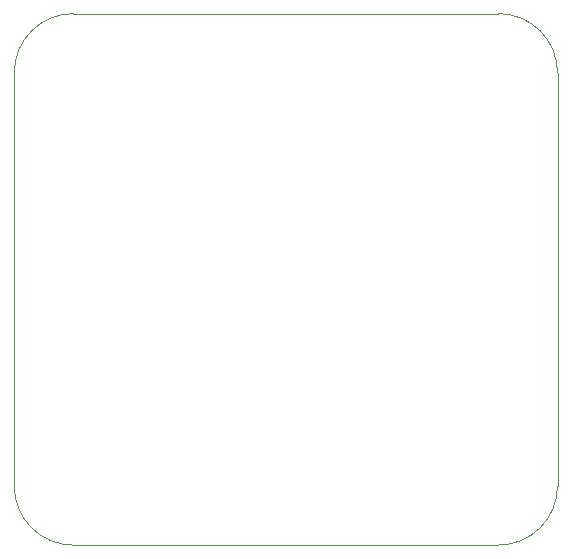
<source format=gbr>
%TF.GenerationSoftware,KiCad,Pcbnew,(5.1.12)-1*%
%TF.CreationDate,2021-12-29T23:54:55+01:00*%
%TF.ProjectId,STM32_Devkit,53544d33-325f-4446-9576-6b69742e6b69,rev?*%
%TF.SameCoordinates,Original*%
%TF.FileFunction,Profile,NP*%
%FSLAX46Y46*%
G04 Gerber Fmt 4.6, Leading zero omitted, Abs format (unit mm)*
G04 Created by KiCad (PCBNEW (5.1.12)-1) date 2021-12-29 23:54:55*
%MOMM*%
%LPD*%
G01*
G04 APERTURE LIST*
%TA.AperFunction,Profile*%
%ADD10C,0.050000*%
%TD*%
%TA.AperFunction,Profile*%
%ADD11C,0.100000*%
%TD*%
G04 APERTURE END LIST*
D10*
X201000000Y-105000000D02*
G75*
G02*
X206000000Y-110000000I0J-5000000D01*
G01*
X206000000Y-145000000D02*
G75*
G02*
X201000000Y-150000000I-5000000J0D01*
G01*
X165000000Y-150000000D02*
G75*
G02*
X160000000Y-145000000I0J5000000D01*
G01*
X160000000Y-110000000D02*
G75*
G02*
X165000000Y-105000000I5000000J0D01*
G01*
D11*
X206000000Y-110000000D02*
X206000000Y-145000000D01*
X165000000Y-105000000D02*
X201000000Y-105000000D01*
X160000000Y-145000000D02*
X160000000Y-110000000D01*
X201000000Y-150000000D02*
X165000000Y-150000000D01*
M02*

</source>
